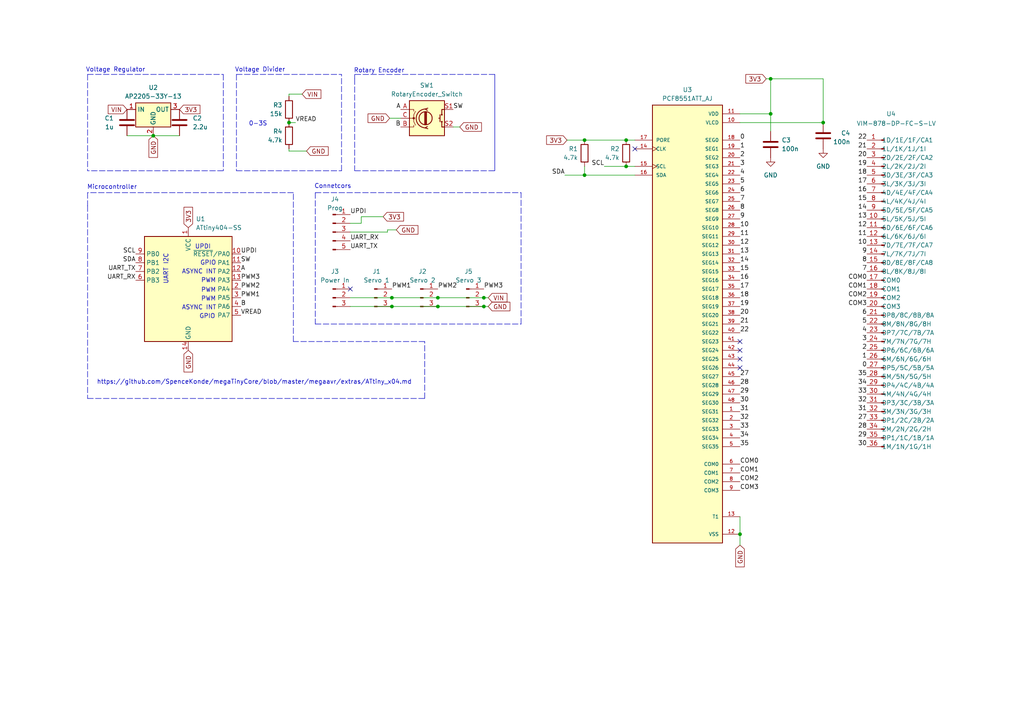
<source format=kicad_sch>
(kicad_sch (version 20231120) (generator "eeschema") (generator_version "8.0")
  (paper "A4")
  (lib_symbols
    (symbol "Connector:Conn_01x03_Pin" (pin_names (offset 1.016) hide)
      (property "Reference" "J" (at 0 5.08 0))
      (property "Value" "Conn_01x03_Pin" (at 0 -5.08 0))
      (symbol "Conn_01x03_Pin_1_1"
        (polyline (pts (xy 1.27 -2.54) (xy 0.8636 -2.54)) (stroke (width 0.1524)))
        (polyline (pts (xy 1.27 0) (xy 0.8636 0)) (stroke (width 0.1524)))
        (polyline (pts (xy 1.27 2.54) (xy 0.8636 2.54)) (stroke (width 0.1524)))
        (rectangle (start 0.8636 -2.413) (end 0 -2.667) (stroke (width 0.1524)) (fill (type outline)))
        (rectangle (start 0.8636 0.127) (end 0 -0.127) (stroke (width 0.1524)) (fill (type outline)))
        (rectangle (start 0.8636 2.667) (end 0 2.413) (stroke (width 0.1524)) (fill (type outline)))
        (pin passive line (at 5.08 2.54 180) (length 3.81) (name "Pin_1") (number "1"))
        (pin passive line (at 5.08 0 180) (length 3.81) (name "Pin_2") (number "2"))
        (pin passive line (at 5.08 -2.54 180) (length 3.81) (name "Pin_3") (number "3"))
      )
    )
    (symbol "Connector:Conn_01x05_Pin" (pin_names (offset 1.016) hide)
      (property "Reference" "J" (at 0 7.62 0))
      (property "Value" "Conn_01x05_Pin" (at 0 -7.62 0))
      (symbol "Conn_01x05_Pin_1_1"
        (polyline (pts (xy 1.27 -5.08) (xy 0.8636 -5.08)) (stroke (width 0.1524)))
        (polyline (pts (xy 1.27 -2.54) (xy 0.8636 -2.54)) (stroke (width 0.1524)))
        (polyline (pts (xy 1.27 0) (xy 0.8636 0)) (stroke (width 0.1524)))
        (polyline (pts (xy 1.27 2.54) (xy 0.8636 2.54)) (stroke (width 0.1524)))
        (polyline (pts (xy 1.27 5.08) (xy 0.8636 5.08)) (stroke (width 0.1524)))
        (rectangle (start 0.8636 -4.953) (end 0 -5.207) (stroke (width 0.1524)) (fill (type outline)))
        (rectangle (start 0.8636 -2.413) (end 0 -2.667) (stroke (width 0.1524)) (fill (type outline)))
        (rectangle (start 0.8636 0.127) (end 0 -0.127) (stroke (width 0.1524)) (fill (type outline)))
        (rectangle (start 0.8636 2.667) (end 0 2.413) (stroke (width 0.1524)) (fill (type outline)))
        (rectangle (start 0.8636 5.207) (end 0 4.953) (stroke (width 0.1524)) (fill (type outline)))
        (pin passive line (at 5.08 5.08 180) (length 3.81) (name "Pin_1") (number "1"))
        (pin passive line (at 5.08 2.54 180) (length 3.81) (name "Pin_2") (number "2"))
        (pin passive line (at 5.08 0 180) (length 3.81) (name "Pin_3") (number "3"))
        (pin passive line (at 5.08 -2.54 180) (length 3.81) (name "Pin_4") (number "4"))
        (pin passive line (at 5.08 -5.08 180) (length 3.81) (name "Pin_5") (number "5"))
      )
    )
    (symbol "Device:C" (pin_numbers hide) (pin_names (offset 0.254))
      (property "Reference" "C" (at 0.635 2.54 0))
      (property "Value" "C" (at 0.635 -2.54 0))
      (symbol "C_0_1"
        (polyline (pts (xy -2.032 -0.762) (xy 2.032 -0.762)) (stroke (width 0.508)))
        (polyline (pts (xy -2.032 0.762) (xy 2.032 0.762)) (stroke (width 0.508)))
      )
      (symbol "C_1_1"
        (pin passive line (at 0 3.81 270) (length 2.794) (name "~") (number "1"))
        (pin passive line (at 0 -3.81 90) (length 2.794) (name "~") (number "2"))
      )
    )
    (symbol "Device:R" (pin_numbers hide) (pin_names (offset 0))
      (property "Reference" "R" (at 2.032 0 90))
      (property "Value" "R" (at 0 0 90))
      (symbol "R_0_1"
        (rectangle (start -1.016 -2.54) (end 1.016 2.54) (stroke (width 0.254)))
      )
      (symbol "R_1_1"
        (pin passive line (at 0 3.81 270) (length 1.27) (name "~") (number "1"))
        (pin passive line (at 0 -3.81 90) (length 1.27) (name "~") (number "2"))
      )
    )
    (symbol "Device:RotaryEncoder_Switch" (pin_names (offset 0.254) hide)
      (property "Reference" "SW" (at 0 6.604 0))
      (property "Value" "RotaryEncoder_Switch" (at 0 -6.604 0))
      (symbol "RotaryEncoder_Switch_0_1"
        (rectangle (start -5.08 5.08) (end 5.08 -5.08) (stroke (width 0.254)) (fill (type background)))
        (circle (center -3.81 0) (radius 0.254) (fill (type outline)))
        (circle (center -0.381 0) (radius 1.905) (stroke (width 0.254)))
        (arc (start -0.381 2.667) (mid -3.0988 -0.0635) (end -0.381 -2.794) (stroke (width 0.254)))
        (polyline (pts (xy -0.635 -1.778) (xy -0.635 1.778)) (stroke (width 0.254)))
        (polyline (pts (xy -0.381 -1.778) (xy -0.381 1.778)) (stroke (width 0.254)))
        (polyline (pts (xy -0.127 1.778) (xy -0.127 -1.778)) (stroke (width 0.254)))
        (polyline (pts (xy 3.81 0) (xy 3.429 0)) (stroke (width 0.254)))
        (polyline (pts (xy 3.81 1.016) (xy 3.81 -1.016)) (stroke (width 0.254)))
        (polyline (pts (xy -5.08 -2.54) (xy -3.81 -2.54) (xy -3.81 -2.032)))
        (polyline (pts (xy -5.08 2.54) (xy -3.81 2.54) (xy -3.81 2.032)))
        (polyline (pts (xy 0.254 -3.048) (xy -0.508 -2.794) (xy 0.127 -2.413)) (stroke (width 0.254)))
        (polyline (pts (xy 0.254 2.921) (xy -0.508 2.667) (xy 0.127 2.286)) (stroke (width 0.254)))
        (polyline (pts (xy 5.08 -2.54) (xy 4.318 -2.54) (xy 4.318 -1.016)) (stroke (width 0.254)))
        (polyline (pts (xy 5.08 2.54) (xy 4.318 2.54) (xy 4.318 1.016)) (stroke (width 0.254)))
        (polyline (pts (xy -5.08 0) (xy -3.81 0) (xy -3.81 -1.016) (xy -3.302 -2.032)))
        (polyline (pts (xy -4.318 0) (xy -3.81 0) (xy -3.81 1.016) (xy -3.302 2.032)))
        (circle (center 4.318 -1.016) (radius 0.127) (stroke (width 0.254)))
        (circle (center 4.318 1.016) (radius 0.127) (stroke (width 0.254)))
      )
      (symbol "RotaryEncoder_Switch_1_1"
        (pin passive line (at -7.62 2.54 0) (length 2.54) (name "A") (number "A"))
        (pin passive line (at -7.62 -2.54 0) (length 2.54) (name "B") (number "B"))
        (pin passive line (at -7.62 0 0) (length 2.54) (name "C") (number "C"))
        (pin passive line (at 7.62 2.54 180) (length 2.54) (name "S1") (number "S1"))
        (pin passive line (at 7.62 -2.54 180) (length 2.54) (name "S2") (number "S2"))
      )
    )
    (symbol "MCU_Microchip_ATtiny:ATtiny404-SS"
      (property "Reference" "U" (at -12.7 16.51 0))
      (property "Value" "ATtiny404-SS" (at 2.54 -16.51 0))
      (symbol "ATtiny404-SS_0_1"
        (rectangle (start -12.7 -15.24) (end 12.7 15.24) (stroke (width 0.254)) (fill (type background)))
      )
      (symbol "ATtiny404-SS_1_1"
        (pin power_in line (at 0 17.78 270) (length 2.54) (name "VCC") (number "1"))
        (pin bidirectional line (at 15.24 10.16 180) (length 2.54) (name "~{RESET}/PA0") (number "10"))
        (pin bidirectional line (at 15.24 7.62 180) (length 2.54) (name "PA1") (number "11"))
        (pin bidirectional line (at 15.24 5.08 180) (length 2.54) (name "PA2") (number "12"))
        (pin bidirectional line (at 15.24 2.54 180) (length 2.54) (name "PA3") (number "13"))
        (pin power_in line (at 0 -17.78 90) (length 2.54) (name "GND") (number "14"))
        (pin bidirectional line (at 15.24 0 180) (length 2.54) (name "PA4") (number "2"))
        (pin bidirectional line (at 15.24 -2.54 180) (length 2.54) (name "PA5") (number "3"))
        (pin bidirectional line (at 15.24 -5.08 180) (length 2.54) (name "PA6") (number "4"))
        (pin bidirectional line (at 15.24 -7.62 180) (length 2.54) (name "PA7") (number "5"))
        (pin bidirectional line (at -15.24 2.54 0) (length 2.54) (name "PB3") (number "6"))
        (pin bidirectional line (at -15.24 5.08 0) (length 2.54) (name "PB2") (number "7"))
        (pin bidirectional line (at -15.24 7.62 0) (length 2.54) (name "PB1") (number "8"))
        (pin bidirectional line (at -15.24 10.16 0) (length 2.54) (name "PB0") (number "9"))
      )
    )
    (symbol "power:GND" (power) (pin_numbers hide) (pin_names (offset 0) hide)
      (property "Value" "GND" (at 0 -3.81 0))
      (symbol "GND_0_1"
        (polyline (pts (xy 0 0) (xy 0 -1.27) (xy 1.27 -1.27) (xy 0 -2.54) (xy -1.27 -1.27) (xy 0 -1.27)))
      )
      (symbol "GND_1_1"
        (pin power_in line (at 0 0 270) (length 0) (name "~") (number "1"))
      )
    )
    (symbol "servo_tester:AP2205-33Y-13"
      (property "Reference" "U" (at 0 0 0))
      (property "Value" "AP2205-33Y-13" (at 0 0 0))
      (symbol "AP2205-33Y-13_0_1"
        (rectangle (start -5.08 1.905) (end 5.08 -5.08) (stroke (width 0.254)) (fill (type background)))
      )
      (symbol "AP2205-33Y-13_1_1"
        (pin power_in line (at -7.62 0 0) (length 2.54) (name "IN") (number "1"))
        (pin power_in line (at 0 -7.62 90) (length 2.54) (name "GND") (number "2"))
        (pin power_out line (at 7.62 0 180) (length 2.54) (name "OUT") (number "3"))
      )
    )
    (symbol "servo_tester:PCF8551ATT_AJ" (pin_names (offset 1.016))
      (property "Reference" "U" (at -10.16 63.5 0))
      (property "Value" "PCF8551ATT_AJ" (at -10.16 -66.04 0))
      (symbol "PCF8551ATT_AJ_0_0"
        (rectangle (start -10.16 -63.5) (end 10.16 63.5) (stroke (width 0.254)) (fill (type background)))
        (pin output line (at 15.24 -25.4 180) (length 5.08) (name "SEG31") (number "1"))
        (pin power_in line (at 15.24 58.42 180) (length 5.08) (name "VLCD") (number "10"))
        (pin power_in line (at 15.24 60.96 180) (length 5.08) (name "VDD") (number "11"))
        (pin power_in line (at 15.24 -60.96 180) (length 5.08) (name "VSS") (number "12"))
        (pin passive line (at 15.24 -55.88 180) (length 5.08) (name "T1") (number "13"))
        (pin bidirectional clock (at -15.24 50.8 0) (length 5.08) (name "CLK") (number "14"))
        (pin input clock (at -15.24 45.72 0) (length 5.08) (name "SCL") (number "15"))
        (pin bidirectional line (at -15.24 43.18 0) (length 5.08) (name "SDA") (number "16"))
        (pin input line (at -15.24 53.34 0) (length 5.08) (name "PORE") (number "17"))
        (pin output line (at 15.24 53.34 180) (length 5.08) (name "SEG0") (number "18"))
        (pin output line (at 15.24 50.8 180) (length 5.08) (name "SEG1") (number "19"))
        (pin output line (at 15.24 -27.94 180) (length 5.08) (name "SEG32") (number "2"))
        (pin output line (at 15.24 48.26 180) (length 5.08) (name "SEG2") (number "20"))
        (pin output line (at 15.24 45.72 180) (length 5.08) (name "SEG3") (number "21"))
        (pin output line (at 15.24 43.18 180) (length 5.08) (name "SEG4") (number "22"))
        (pin output line (at 15.24 40.64 180) (length 5.08) (name "SEG5") (number "23"))
        (pin output line (at 15.24 38.1 180) (length 5.08) (name "SEG6") (number "24"))
        (pin output line (at 15.24 35.56 180) (length 5.08) (name "SEG7") (number "25"))
        (pin output line (at 15.24 33.02 180) (length 5.08) (name "SEG8") (number "26"))
        (pin output line (at 15.24 30.48 180) (length 5.08) (name "SEG9") (number "27"))
        (pin output line (at 15.24 27.94 180) (length 5.08) (name "SEG10") (number "28"))
        (pin output line (at 15.24 25.4 180) (length 5.08) (name "SEG11") (number "29"))
        (pin output line (at 15.24 -30.48 180) (length 5.08) (name "SEG33") (number "3"))
        (pin output line (at 15.24 22.86 180) (length 5.08) (name "SEG12") (number "30"))
        (pin output line (at 15.24 20.32 180) (length 5.08) (name "SEG13") (number "31"))
        (pin output line (at 15.24 17.78 180) (length 5.08) (name "SEG14") (number "32"))
        (pin output line (at 15.24 15.24 180) (length 5.08) (name "SEG15") (number "33"))
        (pin output line (at 15.24 12.7 180) (length 5.08) (name "SEG16") (number "34"))
        (pin output line (at 15.24 10.16 180) (length 5.08) (name "SEG17") (number "35"))
        (pin output line (at 15.24 7.62 180) (length 5.08) (name "SEG18") (number "36"))
        (pin output line (at 15.24 5.08 180) (length 5.08) (name "SEG19") (number "37"))
        (pin output line (at 15.24 2.54 180) (length 5.08) (name "SEG20") (number "38"))
        (pin output line (at 15.24 0 180) (length 5.08) (name "SEG21") (number "39"))
        (pin output line (at 15.24 -33.02 180) (length 5.08) (name "SEG34") (number "4"))
        (pin output line (at 15.24 -2.54 180) (length 5.08) (name "SEG22") (number "40"))
        (pin output line (at 15.24 -5.08 180) (length 5.08) (name "SEG23") (number "41"))
        (pin output line (at 15.24 -7.62 180) (length 5.08) (name "SEG24") (number "42"))
        (pin output line (at 15.24 -10.16 180) (length 5.08) (name "SEG25") (number "43"))
        (pin output line (at 15.24 -12.7 180) (length 5.08) (name "SEG26") (number "44"))
        (pin output line (at 15.24 -15.24 180) (length 5.08) (name "SEG27") (number "45"))
        (pin output line (at 15.24 -17.78 180) (length 5.08) (name "SEG28") (number "46"))
        (pin output line (at 15.24 -20.32 180) (length 5.08) (name "SEG29") (number "47"))
        (pin output line (at 15.24 -22.86 180) (length 5.08) (name "SEG30") (number "48"))
        (pin output line (at 15.24 -35.56 180) (length 5.08) (name "SEG35") (number "5"))
        (pin output line (at 15.24 -40.64 180) (length 5.08) (name "COM0") (number "6"))
        (pin output line (at 15.24 -43.18 180) (length 5.08) (name "COM1") (number "7"))
        (pin output line (at 15.24 -45.72 180) (length 5.08) (name "COM2") (number "8"))
        (pin output line (at 15.24 -48.26 180) (length 5.08) (name "COM3") (number "9"))
      )
    )
    (symbol "servo_tester:VIM-878-DP"
      (property "Reference" "U" (at -17.145 5.08 0))
      (property "Value" "VIM-878-DP-FC-S-LV" (at -18.415 2.54 0))
      (symbol "VIM-878-DP_1_1"
        (rectangle (start 0 -15.113) (end 0.8636 -15.367) (stroke (width 0.1524)) (fill (type outline)))
        (polyline (pts (xy 1.27 -45.72) (xy 0.8636 -45.72)) (stroke (width 0.1524)))
        (polyline (pts (xy 1.27 -43.18) (xy 0.8636 -43.18)) (stroke (width 0.1524)))
        (polyline (pts (xy 1.27 -40.64) (xy 0.8636 -40.64)) (stroke (width 0.1524)))
        (polyline (pts (xy 1.27 -38.1) (xy 0.8636 -38.1)) (stroke (width 0.1524)))
        (polyline (pts (xy 1.27 -35.56) (xy 0.8636 -35.56)) (stroke (width 0.1524)))
        (polyline (pts (xy 1.27 -33.02) (xy 0.8636 -33.02)) (stroke (width 0.1524)))
        (polyline (pts (xy 1.27 -30.48) (xy 0.8636 -30.48)) (stroke (width 0.1524)))
        (polyline (pts (xy 1.27 -27.94) (xy 0.8636 -27.94)) (stroke (width 0.1524)))
        (polyline (pts (xy 1.27 -25.4) (xy 0.8636 -25.4)) (stroke (width 0.1524)))
        (polyline (pts (xy 1.27 -22.86) (xy 0.8636 -22.86)) (stroke (width 0.1524)))
        (polyline (pts (xy 1.27 -20.32) (xy 0.8636 -20.32)) (stroke (width 0.1524)))
        (polyline (pts (xy 1.27 -17.78) (xy 0.8636 -17.78)) (stroke (width 0.1524)))
        (polyline (pts (xy 1.27 -15.24) (xy 0.8636 -15.24)) (stroke (width 0.1524)))
        (polyline (pts (xy 1.27 -12.7) (xy 0.8636 -12.7)) (stroke (width 0.1524)))
        (polyline (pts (xy 1.27 -10.16) (xy 0.8636 -10.16)) (stroke (width 0.1524)))
        (polyline (pts (xy 1.27 -7.62) (xy 0.8636 -7.62)) (stroke (width 0.1524)))
        (polyline (pts (xy 1.27 -5.08) (xy 0.8636 -5.08)) (stroke (width 0.1524)))
        (polyline (pts (xy 1.27 -2.54) (xy 0.8636 -2.54)) (stroke (width 0.1524)))
        (polyline (pts (xy 1.27 0) (xy 0.8636 0)) (stroke (width 0.1524)))
        (polyline (pts (xy 1.27 2.54) (xy 0.8636 2.54)) (stroke (width 0.1524)))
        (polyline (pts (xy 1.27 5.08) (xy 0.8636 5.08)) (stroke (width 0.1524)))
        (polyline (pts (xy 1.27 7.62) (xy 0.8636 7.62)) (stroke (width 0.1524)))
        (polyline (pts (xy 1.27 10.16) (xy 0.8636 10.16)) (stroke (width 0.1524)))
        (polyline (pts (xy 1.27 12.7) (xy 0.8636 12.7)) (stroke (width 0.1524)))
        (polyline (pts (xy 1.27 15.24) (xy 0.8636 15.24)) (stroke (width 0.1524)))
        (polyline (pts (xy 1.27 17.78) (xy 0.8636 17.78)) (stroke (width 0.1524)))
        (polyline (pts (xy 1.27 20.32) (xy 0.8636 20.32)) (stroke (width 0.1524)))
        (polyline (pts (xy 1.27 22.86) (xy 0.8636 22.86)) (stroke (width 0.1524)))
        (polyline (pts (xy 1.27 25.4) (xy 0.8636 25.4)) (stroke (width 0.1524)))
        (polyline (pts (xy 1.27 27.94) (xy 0.8636 27.94)) (stroke (width 0.1524)))
        (polyline (pts (xy 1.27 30.48) (xy 0.8636 30.48)) (stroke (width 0.1524)))
        (polyline (pts (xy 1.27 33.02) (xy 0.8636 33.02)) (stroke (width 0.1524)))
        (polyline (pts (xy 1.27 35.56) (xy 0.8636 35.56)) (stroke (width 0.1524)))
        (polyline (pts (xy 1.27 38.1) (xy 0.8636 38.1)) (stroke (width 0.1524)))
        (polyline (pts (xy 1.27 40.64) (xy 0.8636 40.64)) (stroke (width 0.1524)))
        (polyline (pts (xy 1.27 43.18) (xy 0.8636 43.18)) (stroke (width 0.1524)))
        (rectangle (start 0.8636 -45.593) (end 0 -45.847) (stroke (width 0.1524)) (fill (type outline)))
        (rectangle (start 0.8636 -43.053) (end 0 -43.307) (stroke (width 0.1524)) (fill (type outline)))
        (rectangle (start 0.8636 -40.513) (end 0 -40.767) (stroke (width 0.1524)) (fill (type outline)))
        (rectangle (start 0.8636 -37.973) (end 0 -38.227) (stroke (width 0.1524)) (fill (type outline)))
        (rectangle (start 0.8636 -35.433) (end 0 -35.687) (stroke (width 0.1524)) (fill (type outline)))
        (rectangle (start 0.8636 -32.893) (end 0 -33.147) (stroke (width 0.1524)) (fill (type outline)))
        (rectangle (start 0.8636 -30.353) (end 0 -30.607) (stroke (width 0.1524)) (fill (type outline)))
        (rectangle (start 0.8636 -27.813) (end 0 -28.067) (stroke (width 0.1524)) (fill (type outline)))
        (rectangle (start 0.8636 -25.273) (end 0 -25.527) (stroke (width 0.1524)) (fill (type outline)))
        (rectangle (start 0.8636 -22.733) (end 0 -22.987) (stroke (width 0.1524)) (fill (type outline)))
        (rectangle (start 0.8636 -20.193) (end 0 -20.447) (stroke (width 0.1524)) (fill (type outline)))
        (rectangle (start 0.8636 -17.653) (end 0 -17.907) (stroke (width 0.1524)) (fill (type outline)))
        (rectangle (start 0.8636 -12.573) (end 0 -12.827) (stroke (width 0.1524)) (fill (type outline)))
        (rectangle (start 0.8636 -10.033) (end 0 -10.287) (stroke (width 0.1524)) (fill (type outline)))
        (rectangle (start 0.8636 -7.493) (end 0 -7.747) (stroke (width 0.1524)) (fill (type outline)))
        (rectangle (start 0.8636 -4.953) (end 0 -5.207) (stroke (width 0.1524)) (fill (type outline)))
        (rectangle (start 0.8636 -2.413) (end 0 -2.667) (stroke (width 0.1524)) (fill (type outline)))
        (rectangle (start 0.8636 0.127) (end 0 -0.127) (stroke (width 0.1524)) (fill (type outline)))
        (rectangle (start 0.8636 2.667) (end 0 2.413) (stroke (width 0.1524)) (fill (type outline)))
        (rectangle (start 0.8636 5.207) (end 0 4.953) (stroke (width 0.1524)) (fill (type outline)))
        (rectangle (start 0.8636 7.747) (end 0 7.493) (stroke (width 0.1524)) (fill (type outline)))
        (rectangle (start 0.8636 10.287) (end 0 10.033) (stroke (width 0.1524)) (fill (type outline)))
        (rectangle (start 0.8636 12.827) (end 0 12.573) (stroke (width 0.1524)) (fill (type outline)))
        (rectangle (start 0.8636 15.367) (end 0 15.113) (stroke (width 0.1524)) (fill (type outline)))
        (rectangle (start 0.8636 17.907) (end 0 17.653) (stroke (width 0.1524)) (fill (type outline)))
        (rectangle (start 0.8636 20.447) (end 0 20.193) (stroke (width 0.1524)) (fill (type outline)))
        (rectangle (start 0.8636 22.987) (end 0 22.733) (stroke (width 0.1524)) (fill (type outline)))
        (rectangle (start 0.8636 25.527) (end 0 25.273) (stroke (width 0.1524)) (fill (type outline)))
        (rectangle (start 0.8636 28.067) (end 0 27.813) (stroke (width 0.1524)) (fill (type outline)))
        (rectangle (start 0.8636 30.607) (end 0 30.353) (stroke (width 0.1524)) (fill (type outline)))
        (rectangle (start 0.8636 33.147) (end 0 32.893) (stroke (width 0.1524)) (fill (type outline)))
        (rectangle (start 0.8636 35.687) (end 0 35.433) (stroke (width 0.1524)) (fill (type outline)))
        (rectangle (start 0.8636 38.227) (end 0 37.973) (stroke (width 0.1524)) (fill (type outline)))
        (rectangle (start 0.8636 40.767) (end 0 40.513) (stroke (width 0.1524)) (fill (type outline)))
        (rectangle (start 0.8636 43.307) (end 0 43.053) (stroke (width 0.1524)) (fill (type outline)))
        (pin passive line (at 5.08 43.18 180) (length 3.81) (name "1D/1E/1F/CA1") (number "1"))
        (pin passive line (at 5.08 20.32 180) (length 3.81) (name "5L/5K/5J/5I") (number "10"))
        (pin passive line (at 5.08 17.78 180) (length 3.81) (name "6D/6E/6F/CA6") (number "11"))
        (pin passive line (at 5.08 15.24 180) (length 3.81) (name "6L/6K/6J/6I") (number "12"))
        (pin passive line (at 5.08 12.7 180) (length 3.81) (name "7D/7E/7F/CA7") (number "13"))
        (pin passive line (at 5.08 10.16 180) (length 3.81) (name "7L/7K/7J/7I") (number "14"))
        (pin passive line (at 5.08 7.62 180) (length 3.81) (name "8D/8E/8F/CA8") (number "15"))
        (pin passive line (at 5.08 5.08 180) (length 3.81) (name "8L/8K/8J/8I") (number "16"))
        (pin passive line (at 5.08 2.54 180) (length 3.81) (name "COM0") (number "17"))
        (pin passive line (at 5.08 0 180) (length 3.81) (name "COM1") (number "18"))
        (pin passive line (at 5.08 -2.54 180) (length 3.81) (name "COM2") (number "19"))
        (pin passive line (at 5.08 40.64 180) (length 3.81) (name "1L/1K/1J/1I") (number "2"))
        (pin passive line (at 5.08 -5.08 180) (length 3.81) (name "COM3") (number "20"))
        (pin passive line (at 5.08 -7.62 180) (length 3.81) (name "DP8/8C/8B/8A") (number "21"))
        (pin passive line (at 5.08 -10.16 180) (length 3.81) (name "8M/8N/8G/8H") (number "22"))
        (pin passive line (at 5.08 -12.7 180) (length 3.81) (name "DP7/7C/7B/7A") (number "23"))
        (pin passive line (at 5.08 -15.24 180) (length 3.81) (name "7M/7N/7G/7H") (number "24"))
        (pin passive line (at 5.08 -17.78 180) (length 3.81) (name "DP6/6C/6B/6A") (number "25"))
        (pin passive line (at 5.08 -20.32 180) (length 3.81) (name "6M/6N/6G/6H") (number "26"))
        (pin passive line (at 5.08 -22.86 180) (length 3.81) (name "DP5/5C/5B/5A") (number "27"))
        (pin passive line (at 5.08 -25.4 180) (length 3.81) (name "5M/5N/5G/5H") (number "28"))
        (pin passive line (at 5.08 -27.94 180) (length 3.81) (name "DP4/4C/4B/4A") (number "29"))
        (pin passive line (at 5.08 38.1 180) (length 3.81) (name "2D/2E/2F/CA2") (number "3"))
        (pin passive line (at 5.08 -30.48 180) (length 3.81) (name "4M/4N/4G/4H") (number "30"))
        (pin passive line (at 5.08 -33.02 180) (length 3.81) (name "DP3/3C/3B/3A") (number "31"))
        (pin passive line (at 5.08 -35.56 180) (length 3.81) (name "3M/3N/3G/3H") (number "32"))
        (pin passive line (at 5.08 -38.1 180) (length 3.81) (name "DP1/2C/2B/2A") (number "33"))
        (pin passive line (at 5.08 -40.64 180) (length 3.81) (name "2M/2N/2G/2H") (number "34"))
        (pin passive line (at 5.08 -43.18 180) (length 3.81) (name "DP1/1C/1B/1A") (number "35"))
        (pin passive line (at 5.08 -45.72 180) (length 3.81) (name "1M/1N/1G/1H") (number "36"))
        (pin passive line (at 5.08 35.56 180) (length 3.81) (name "2L/2K/2J/2I") (number "4"))
        (pin passive line (at 5.08 33.02 180) (length 3.81) (name "3D/3E/3F/CA3") (number "5"))
        (pin passive line (at 5.08 30.48 180) (length 3.81) (name "3L/3K/3J/3I") (number "6"))
        (pin passive line (at 5.08 27.94 180) (length 3.81) (name "4D/4E/4F/CA4") (number "7"))
        (pin passive line (at 5.08 25.4 180) (length 3.81) (name "4L/4K/4J/4I") (number "8"))
        (pin passive line (at 5.08 22.86 180) (length 3.81) (name "5D/5E/5F/CA5") (number "9"))
      )
    )
  )
  (junction (at 181.61 48.26))
  (junction (at 223.52 33.02))
  (junction (at 44.45 39.37))
  (junction (at 169.545 40.64))
  (junction (at 113.665 88.9))
  (junction (at 127 86.36))
  (junction (at 127 88.9))
  (junction (at 181.61 40.64))
  (junction (at 140.335 86.36))
  (junction (at 214.63 154.94))
  (junction (at 223.52 22.86))
  (junction (at 83.82 35.56))
  (junction (at 140.335 88.9))
  (junction (at 238.76 35.56))
  (junction (at 169.545 50.8))
  (junction (at 113.665 86.36))
  (no_connect (at 214.63 104.14))
  (no_connect (at 214.63 106.68))
  (no_connect (at 101.6 83.82))
  (no_connect (at 184.15 43.18))
  (no_connect (at 214.63 101.6))
  (no_connect (at 214.63 99.06))
  (wire (pts (xy 104.775 64.77) (xy 101.6 64.77)))
  (wire (pts (xy 104.775 62.865) (xy 104.775 64.77)))
  (wire (pts (xy 163.83 50.8) (xy 169.545 50.8)))
  (wire (pts (xy 140.335 86.36) (xy 141.605 86.36)))
  (wire (pts (xy 214.63 35.56) (xy 238.76 35.56)))
  (wire (pts (xy 44.45 39.37) (xy 52.07 39.37)))
  (polyline (pts (xy 68.58 21.59) (xy 68.58 49.53)) (stroke (width 0) (type dash)))
  (polyline (pts (xy 91.44 93.98) (xy 151.13 93.98)) (stroke (width 0) (type dash)))
  (wire (pts (xy 87.63 27.305) (xy 83.82 27.305)))
  (wire (pts (xy 169.545 50.8) (xy 184.15 50.8)))
  (wire (pts (xy 223.52 22.86) (xy 223.52 33.02)))
  (polyline (pts (xy 91.44 55.88) (xy 91.44 93.98)) (stroke (width 0) (type dash)))
  (wire (pts (xy 127 86.36) (xy 140.335 86.36)))
  (polyline (pts (xy 143.51 21.59) (xy 102.87 21.59)) (stroke (width 0) (type dash)))
  (wire (pts (xy 222.25 22.86) (xy 223.52 22.86)))
  (wire (pts (xy 101.6 86.36) (xy 113.665 86.36)))
  (wire (pts (xy 169.545 40.64) (xy 181.61 40.64)))
  (wire (pts (xy 140.335 88.9) (xy 141.605 88.9)))
  (wire (pts (xy 114.935 66.675) (xy 112.395 66.675)))
  (wire (pts (xy 133.35 36.83) (xy 131.445 36.83)))
  (wire (pts (xy 85.725 35.56) (xy 83.82 35.56)))
  (wire (pts (xy 214.63 33.02) (xy 223.52 33.02)))
  (polyline (pts (xy 102.87 21.59) (xy 102.87 22.86)))
  (wire (pts (xy 36.83 39.37) (xy 44.45 39.37)))
  (polyline (pts (xy 91.44 55.88) (xy 151.13 55.88)) (stroke (width 0) (type dash)))
  (wire (pts (xy 101.6 88.9) (xy 113.665 88.9)))
  (polyline (pts (xy 123.19 99.06) (xy 85.09 99.06)) (stroke (width 0) (type dash)))
  (polyline (pts (xy 25.4 115.57) (xy 123.19 115.57)) (stroke (width 0) (type dash)))
  (wire (pts (xy 83.82 43.815) (xy 83.82 43.18)))
  (polyline (pts (xy 68.58 49.53) (xy 99.06 49.53)) (stroke (width 0) (type dash)))
  (polyline (pts (xy 99.06 49.53) (xy 99.06 21.59)) (stroke (width 0) (type dash)))
  (polyline (pts (xy 102.87 22.86) (xy 102.87 49.53)) (stroke (width 0) (type dash)))
  (wire (pts (xy 181.61 40.64) (xy 184.15 40.64)))
  (polyline (pts (xy 64.77 49.53) (xy 25.4 49.53)) (stroke (width 0) (type dash)))
  (polyline (pts (xy 143.51 49.53) (xy 143.51 21.59)))
  (wire (pts (xy 113.665 86.36) (xy 127 86.36)))
  (wire (pts (xy 113.03 34.29) (xy 116.205 34.29)))
  (wire (pts (xy 88.9 43.815) (xy 83.82 43.815)))
  (polyline (pts (xy 64.77 21.59) (xy 64.77 49.53)) (stroke (width 0) (type dash)))
  (wire (pts (xy 223.52 33.02) (xy 223.52 38.1)))
  (polyline (pts (xy 151.13 93.98) (xy 151.13 55.88)) (stroke (width 0) (type dash)))
  (wire (pts (xy 83.82 27.305) (xy 83.82 27.94)))
  (polyline (pts (xy 123.19 115.57) (xy 123.19 99.06)) (stroke (width 0) (type dash)))
  (wire (pts (xy 127 88.9) (xy 140.335 88.9)))
  (wire (pts (xy 238.76 22.86) (xy 238.76 35.56)))
  (polyline (pts (xy 85.09 99.06) (xy 85.09 55.88)) (stroke (width 0) (type dash)))
  (wire (pts (xy 214.63 149.86) (xy 214.63 154.94)))
  (polyline (pts (xy 102.87 49.53) (xy 143.51 49.53)) (stroke (width 0) (type dash)))
  (polyline (pts (xy 25.4 59.69) (xy 25.4 115.57)) (stroke (width 0) (type dash)))
  (wire (pts (xy 113.665 88.9) (xy 127 88.9)))
  (wire (pts (xy 112.395 67.31) (xy 101.6 67.31)))
  (wire (pts (xy 169.545 48.26) (xy 169.545 50.8)))
  (wire (pts (xy 111.125 62.865) (xy 104.775 62.865)))
  (polyline (pts (xy 68.58 21.59) (xy 99.06 21.59)) (stroke (width 0) (type dash)))
  (polyline (pts (xy 85.09 55.88) (xy 25.4 55.88)) (stroke (width 0) (type dash)))
  (wire (pts (xy 181.61 48.26) (xy 184.15 48.26)))
  (polyline (pts (xy 25.4 21.59) (xy 25.4 49.53)) (stroke (width 0) (type dash)))
  (wire (pts (xy 112.395 66.675) (xy 112.395 67.31)))
  (wire (pts (xy 175.26 48.26) (xy 181.61 48.26)))
  (polyline (pts (xy 25.4 55.88) (xy 25.4 59.69)) (stroke (width 0) (type dash)))
  (wire (pts (xy 223.52 22.86) (xy 238.76 22.86)))
  (wire (pts (xy 214.63 154.94) (xy 214.63 158.115)))
  (wire (pts (xy 164.465 40.64) (xy 169.545 40.64)))
  (polyline (pts (xy 25.4 21.59) (xy 64.77 21.59)) (stroke (width 0) (type dash)))
  (text "Voltage Divider\n" (at 75.438 20.32 0) (effects (font (size 1.27 1.27))))
  (text "Voltage Regulator\n" (at 33.528 20.32 0) (effects (font (size 1.27 1.27))))
  (text "0-3S" (at 72.136 36.703 0) (effects (font (size 1.27 1.27)) (justify left bottom)))
  (text "https://github.com/SpenceKonde/megaTinyCore/blob/master/megaavr/extras/ATtiny_x04.md" (at 28.067 111.633 0) (effects (font (size 1.27 1.27)) (justify left bottom)))
  (text "ASYNC INT" (at 52.705 90.043 0) (effects (font (size 1.27 1.27)) (justify left bottom)))
  (text "PWM" (at 58.293 84.963 0) (effects (font (size 1.27 1.27)) (justify left bottom)))
  (text "Rotary Encoder\n" (at 109.982 20.574 0) (effects (font (size 1.27 1.27))))
  (text "PWM" (at 58.293 87.503 0) (effects (font (size 1.27 1.27)) (justify left bottom)))
  (text "UART" (at 48.895 82.55 90) (effects (font (size 1.27 1.27)) (justify left bottom)))
  (text "GPIO" (at 58.039 77.089 0) (effects (font (size 1.27 1.27)) (justify left bottom)))
  (text "I2C" (at 48.895 76.835 90) (effects (font (size 1.27 1.27)) (justify left bottom)))
  (text "UPDI" (at 56.515 72.39 0) (effects (font (size 1.27 1.27)) (justify left bottom)))
  (text "ASYNC INT" (at 52.705 79.629 0) (effects (font (size 1.27 1.27)) (justify left bottom)))
  (text "PWM" (at 58.293 82.169 0) (effects (font (size 1.27 1.27)) (justify left bottom)))
  (text "GPIO" (at 57.785 92.583 0) (effects (font (size 1.27 1.27)) (justify left bottom)))
  (text "Connetcors " (at 97.028 54.102 0) (effects (font (size 1.27 1.27))))
  (text "Microcontroller\n" (at 32.512 54.356 0) (effects (font (size 1.27 1.27))))
  (label "32" (at 251.46 116.84 180))
  (label "13" (at 214.63 73.66 0))
  (label "7" (at 251.46 78.74 180))
  (label "17" (at 214.63 83.82 0))
  (label "SW" (at 131.445 31.75 0))
  (label "8" (at 251.46 76.2 180))
  (label "2" (at 214.63 45.72 0))
  (label "15" (at 251.46 58.42 180))
  (label "4" (at 214.63 50.8 0))
  (label "22" (at 251.46 40.64 180))
  (label "1" (at 251.46 104.14 180))
  (label "10" (at 214.63 66.04 0))
  (label "SDA" (at 163.83 50.8 180))
  (label "27" (at 214.63 109.22 0))
  (label "18" (at 251.46 50.8 180))
  (label "29" (at 214.63 114.3 0))
  (label "19" (at 251.46 48.26 180))
  (label "B" (at 116.205 36.83 180))
  (label "2" (at 251.46 101.6 180))
  (label "16" (at 251.46 55.88 180))
  (label "PWM1" (at 69.85 86.36 0))
  (label "4" (at 251.46 96.52 180))
  (label "1" (at 214.63 43.18 0))
  (label "20" (at 214.63 91.44 0))
  (label "29" (at 251.46 127 180))
  (label "COM3" (at 214.63 142.24 0))
  (label "20" (at 251.46 45.72 180))
  (label "10" (at 251.46 71.12 180))
  (label "SCL" (at 39.37 73.66 180))
  (label "28" (at 214.63 111.76 0))
  (label "30" (at 214.63 116.84 0))
  (label "35" (at 251.46 109.22 180))
  (label "0" (at 251.46 106.68 180))
  (label "UART_RX" (at 39.37 81.28 180))
  (label "COM3" (at 251.46 88.9 180))
  (label "18" (at 214.63 86.36 0))
  (label "SW" (at 69.85 76.2 0))
  (label "UART_RX" (at 101.6 69.85 0))
  (label "33" (at 214.63 124.46 0))
  (label "31" (at 214.63 119.38 0))
  (label "34" (at 214.63 127 0))
  (label "A" (at 116.205 31.75 180))
  (label "A" (at 69.85 78.74 0))
  (label "14" (at 251.46 60.96 180))
  (label "COM0" (at 251.46 81.28 180))
  (label "6" (at 251.46 91.44 180))
  (label "30" (at 251.46 129.54 180))
  (label "3" (at 214.63 48.26 0))
  (label "COM2" (at 214.63 139.7 0))
  (label "COM1" (at 251.46 83.82 180))
  (label "SCL" (at 175.26 48.26 180))
  (label "PWM2" (at 127 83.82 0))
  (label "VREAD" (at 69.85 91.44 0))
  (label "11" (at 251.46 68.58 180))
  (label "28" (at 251.46 124.46 180))
  (label "21" (at 214.63 93.98 0))
  (label "21" (at 251.46 43.18 180))
  (label "31" (at 251.46 119.38 180))
  (label "16" (at 214.63 81.28 0))
  (label "12" (at 251.46 66.04 180))
  (label "COM1" (at 214.63 137.16 0))
  (label "UART_TX" (at 101.6 72.39 0))
  (label "34" (at 251.46 111.76 180))
  (label "22" (at 214.63 96.52 0))
  (label "COM2" (at 251.46 86.36 180))
  (label "15" (at 214.63 78.74 0))
  (label "UART_TX" (at 39.37 78.74 180))
  (label "9" (at 251.46 73.66 180))
  (label "PWM3" (at 140.335 83.82 0))
  (label "6" (at 214.63 55.88 0))
  (label "27" (at 251.46 121.92 180))
  (label "33" (at 251.46 114.3 180))
  (label "SDA" (at 39.37 76.2 180))
  (label "11" (at 214.63 68.58 0))
  (label "0" (at 214.63 40.64 0))
  (label "3" (at 251.46 99.06 180))
  (label "14" (at 214.63 76.2 0))
  (label "5" (at 214.63 53.34 0))
  (label "32" (at 214.63 121.92 0))
  (label "PWM2" (at 69.85 83.82 0))
  (label "UPDI" (at 69.85 73.66 0))
  (label "PWM1" (at 113.665 83.82 0))
  (label "UPDI" (at 101.6 62.23 0))
  (label "12" (at 214.63 71.12 0))
  (label "9" (at 214.63 63.5 0))
  (label "PWM3" (at 69.85 81.28 0))
  (label "COM0" (at 214.63 134.62 0))
  (label "VREAD" (at 85.725 35.56 0))
  (label "B" (at 69.85 88.9 0))
  (label "17" (at 251.46 53.34 180))
  (label "8" (at 214.63 60.96 0))
  (label "13" (at 251.46 63.5 180))
  (label "35" (at 214.63 129.54 0))
  (label "7" (at 214.63 58.42 0))
  (label "5" (at 251.46 93.98 180))
  (label "19" (at 214.63 88.9 0))
  (global_label "3V3" (shape input) (at 222.25 22.86 180) (property "Intersheetrefs" "${INTERSHEET_REFS}" (effects (hide yes))))
  (global_label "GND" (shape input) (at 114.935 66.675 0) (property "Intersheetrefs" "${INTERSHEET_REFS}" (effects (hide yes))))
  (global_label "GND" (shape input) (at 214.63 158.115 270) (property "Intersheetrefs" "${INTERSHEET_REFS}" (effects (hide yes))))
  (global_label "3V3" (shape input) (at 54.61 66.04 90) (property "Intersheetrefs" "${INTERSHEET_REFS}" (effects (hide yes))))
  (global_label "3V3" (shape input) (at 164.465 40.64 180) (property "Intersheetrefs" "${INTERSHEET_REFS}" (effects (hide yes))))
  (global_label "GND" (shape input) (at 44.45 39.37 270) (property "Intersheetrefs" "${INTERSHEET_REFS}" (effects (hide yes))))
  (global_label "3V3" (shape input) (at 111.125 62.865 0) (property "Intersheetrefs" "${INTERSHEET_REFS}" (effects (hide yes))))
  (global_label "VIN" (shape input) (at 87.63 27.305 0) (property "Intersheetrefs" "${INTERSHEET_REFS}" (effects (hide yes))))
  (global_label "GND" (shape input) (at 141.605 88.9 0) (property "Intersheetrefs" "${INTERSHEET_REFS}" (effects (hide yes))))
  (global_label "GND" (shape input) (at 54.61 101.6 270) (property "Intersheetrefs" "${INTERSHEET_REFS}" (effects (hide yes))))
  (global_label "GND" (shape input) (at 88.9 43.815 0) (property "Intersheetrefs" "${INTERSHEET_REFS}" (effects (hide yes))))
  (global_label "GND" (shape input) (at 133.35 36.83 0) (property "Intersheetrefs" "${INTERSHEET_REFS}" (effects (hide yes))))
  (global_label "VIN" (shape input) (at 141.605 86.36 0) (property "Intersheetrefs" "${INTERSHEET_REFS}" (effects (hide yes))))
  (global_label "GND" (shape input) (at 113.03 34.29 180) (property "Intersheetrefs" "${INTERSHEET_REFS}" (effects (hide yes))))
  (global_label "VIN" (shape input) (at 36.83 31.75 180) (property "Intersheetrefs" "${INTERSHEET_REFS}" (effects (hide yes))))
  (global_label "3V3" (shape input) (at 52.07 31.75 0) (property "Intersheetrefs" "${INTERSHEET_REFS}" (effects (hide yes))))
  (symbol (lib_id "Device:R") (at 83.82 31.75 0) (mirror y) (unit 1)
    (property "Reference" "R3" (at 81.915 30.48 0) (effects (justify left)))
    (property "Value" "15k" (at 81.915 33.02 0) (effects (justify left)))
    (property "Footprint" "Resistor_SMD:R_0603_1608Metric_Pad0.98x0.95mm_HandSolder" (effects (hide yes)))
  )
  (symbol (lib_id "servo_tester:AP2205-33Y-13") (at 44.45 31.75 0) (unit 1)
    (property "Reference" "U2" (at 44.45 25.4 0))
    (property "Value" "AP2205-33Y-13" (at 44.45 27.94 0))
    (property "Footprint" "Package_TO_SOT_SMD:SOT-89-3_Handsoldering" (effects (hide yes)))
    (property "Datasheet" "https://www.diodes.com/assets/Datasheets/AP2205.pdf" (effects (hide yes)))
    (property "Digi" "https://www.digikey.com/en/products/detail/diodes-incorporated/AP2205-33Y-13/10107162" (effects (hide yes)))
  )
  (symbol (lib_id "servo_tester:VIM-878-DP") (at 256.54 83.82 0) (mirror y) (unit 1)
    (property "Reference" "U4" (at 258.445 33.02 0))
    (property "Value" "VIM-878-DP-FC-S-LV" (at 259.969 35.814 0))
    (property "Footprint" "servo_tester:VIM-878-DP" (effects (hide yes)))
    (property "Datasheet" "https://mm.digikey.com/Volume0/opasdata/d220001/medias/docus/693/VIM-878.pdf" (effects (hide yes)))
    (property "Digi" "https://www.digikey.com/en/products/detail/varitronix/VIM-878-DP-FC-S-LV/1118603" (effects (hide yes)))
  )
  (symbol (lib_id "Connector:Conn_01x03_Pin") (at 108.585 86.36 0) (unit 1)
    (property "Reference" "J1" (at 109.22 78.74 0))
    (property "Value" "Servo 1" (at 109.22 81.28 0))
    (property "Footprint" "Connector_PinSocket_2.54mm:PinSocket_1x03_P2.54mm_Vertical" (effects (hide yes)))
  )
  (symbol (lib_id "Device:C") (at 223.52 41.91 0) (unit 1)
    (property "Reference" "C3" (at 226.695 40.64 0) (effects (justify left)))
    (property "Value" "100n" (at 226.695 43.18 0) (effects (justify left)))
    (property "Footprint" "Capacitor_SMD:C_0603_1608Metric_Pad1.08x0.95mm_HandSolder" (effects (hide yes)))
  )
  (symbol (lib_id "Connector:Conn_01x03_Pin") (at 121.92 86.36 0) (unit 1)
    (property "Reference" "J2" (at 122.555 78.74 0))
    (property "Value" "Servo 2" (at 122.555 81.28 0))
    (property "Footprint" "Connector_PinSocket_2.54mm:PinSocket_1x03_P2.54mm_Vertical" (effects (hide yes)))
  )
  (symbol (lib_id "Device:R") (at 181.61 44.45 0) (mirror y) (unit 1)
    (property "Reference" "R2" (at 179.705 43.18 0) (effects (justify left)))
    (property "Value" "4.7k" (at 179.705 45.72 0) (effects (justify left)))
    (property "Footprint" "Resistor_SMD:R_0603_1608Metric_Pad0.98x0.95mm_HandSolder" (effects (hide yes)))
  )
  (symbol (lib_id "power:GND") (at 223.52 45.72 0) (unit 1)
    (property "Reference" "#PWR01" (effects (hide yes)))
    (property "Value" "GND" (at 223.52 50.8 0))
    (property "Description" "Power symbol creates a global label with name \"GND\" , ground" (effects (hide yes)))
  )
  (symbol (lib_id "Device:C") (at 52.07 35.56 0) (mirror y) (unit 1)
    (property "Reference" "C2" (at 55.88 34.29 0) (effects (justify right)))
    (property "Value" "2.2u" (at 55.88 36.83 0) (effects (justify right)))
    (property "Footprint" "Capacitor_SMD:C_0603_1608Metric_Pad1.08x0.95mm_HandSolder" (effects (hide yes)))
  )
  (symbol (lib_id "Device:R") (at 83.82 39.37 0) (mirror y) (unit 1)
    (property "Reference" "R4" (at 81.915 38.1 0) (effects (justify left)))
    (property "Value" "4.7k" (at 81.915 40.64 0) (effects (justify left)))
    (property "Footprint" "Resistor_SMD:R_0603_1608Metric_Pad0.98x0.95mm_HandSolder" (effects (hide yes)))
  )
  (symbol (lib_id "Device:RotaryEncoder_Switch") (at 123.825 34.29 0) (unit 1)
    (property "Reference" "SW1" (at 123.825 24.765 0))
    (property "Value" "RotaryEncoder_Switch" (at 123.825 27.305 0))
    (property "Footprint" "Rotary_Encoder:RotaryEncoder_Bourns_Vertical_PEC12R-3x17F-Sxxxx" (effects (hide yes)))
    (property "Datasheet" "https://www.bourns.com/docs/Product-Datasheets/PEC12R.pdf" (effects (hide yes)))
    (property "Digi" "https://www.digikey.com/en/products/detail/bourns-inc/PEC12R-4217F-S0012/4699281" (effects (hide yes)))
  )
  (symbol (lib_id "Device:C") (at 36.83 35.56 0) (unit 1)
    (property "Reference" "C1" (at 33.02 34.29 0) (effects (justify right)))
    (property "Value" "1u" (at 33.02 36.83 0) (effects (justify right)))
    (property "Footprint" "Capacitor_SMD:C_0603_1608Metric_Pad1.08x0.95mm_HandSolder" (effects (hide yes)))
  )
  (symbol (lib_id "power:GND") (at 238.76 43.18 0) (unit 1)
    (property "Reference" "#PWR02" (effects (hide yes)))
    (property "Value" "GND" (at 238.76 48.26 0))
    (property "Description" "Power symbol creates a global label with name \"GND\" , ground" (effects (hide yes)))
  )
  (symbol (lib_id "Connector:Conn_01x05_Pin") (at 96.52 67.31 0) (unit 1)
    (property "Reference" "J4" (at 97.155 57.785 0))
    (property "Value" "Prog" (at 97.155 60.325 0))
    (property "Footprint" "Connector_PinSocket_2.54mm:PinSocket_1x05_P2.54mm_Vertical" (effects (hide yes)))
  )
  (symbol (lib_id "Connector:Conn_01x03_Pin") (at 135.255 86.36 0) (unit 1)
    (property "Reference" "J5" (at 135.89 78.74 0))
    (property "Value" "Servo 3" (at 135.89 81.28 0))
    (property "Footprint" "Connector_PinSocket_2.54mm:PinSocket_1x03_P2.54mm_Vertical" (effects (hide yes)))
  )
  (symbol (lib_id "Device:C") (at 238.76 39.37 0) (mirror y) (unit 1)
    (property "Reference" "C4" (at 246.634 38.608 0) (effects (justify left)))
    (property "Value" "100n" (at 246.634 41.148 0) (effects (justify left)))
    (property "Footprint" "Capacitor_SMD:C_0603_1608Metric_Pad1.08x0.95mm_HandSolder" (effects (hide yes)))
  )
  (symbol (lib_id "Connector:Conn_01x03_Pin") (at 96.52 86.36 0) (unit 1)
    (property "Reference" "J3" (at 97.155 78.74 0))
    (property "Value" "Power In" (at 97.155 81.28 0))
    (property "Footprint" "Connector_PinSocket_2.54mm:PinSocket_1x03_P2.54mm_Vertical" (effects (hide yes)))
  )
  (symbol (lib_id "servo_tester:PCF8551ATT_AJ") (at 199.39 93.98 0) (unit 1)
    (property "Reference" "U3" (at 199.39 26.035 0))
    (property "Value" "PCF8551ATT_AJ" (at 199.39 28.575 0))
    (property "Footprint" "servo_tester:SOP50P810X120-48N" (effects (hide yes)))
    (property "Datasheet" "https://www.nxp.com/docs/en/data-sheet/PCF8551.pdf" (effects (hide yes)))
    (property "Description" "IC DRVR 7 SEGMENT 48TSSOP" (effects (hide yes)))
    (property "MF" "NXP USA" (effects (hide yes)))
    (property "Package" "TSSOP-48 NXP Semiconductors" (effects (hide yes)))
    (property "Price" "None" (effects (hide yes)))
    (property "Check_prices" "https://www.snapeda.com/parts/PCF8551ATT/AJ/NXP+USA+Inc./view-part/?ref=eda" (effects (hide yes)))
    (property "STANDARD" "IPC 7351B" (effects (hide yes)))
    (property "PARTREV" "2" (effects (hide yes)))
    (property "SnapEDA_Link" "https://www.snapeda.com/parts/PCF8551ATT/AJ/NXP+USA+Inc./view-part/?ref=snap" (effects (hide yes)))
    (property "MP" "PCF8551ATT/AJ" (effects (hide yes)))
    (property "Availability" "In Stock" (effects (hide yes)))
    (property "MANUFACTURER" "NXP" (effects (hide yes)))
    (property "Digi" "https://www.digikey.com/en/products/detail/nxp-usa-inc/PCF8551ATT-AY/15221921" (effects (hide yes)))
  )
  (symbol (lib_id "MCU_Microchip_ATtiny:ATtiny404-SS") (at 54.61 83.82 0) (unit 1)
    (property "Reference" "U1" (at 56.8041 63.5 0) (effects (justify left)))
    (property "Value" "ATtiny404-SS" (at 56.8041 66.04 0) (effects (justify left)))
    (property "Footprint" "Package_SO:SOIC-14_3.9x8.7mm_P1.27mm" (effects (hide yes)))
    (property "Datasheet" "http://ww1.microchip.com/downloads/en/DeviceDoc/50002687A.pdf" (effects (hide yes)))
  )
  (symbol (lib_id "Device:R") (at 169.545 44.45 0) (mirror y) (unit 1)
    (property "Reference" "R1" (at 167.64 43.18 0) (effects (justify left)))
    (property "Value" "4.7k" (at 167.64 45.72 0) (effects (justify left)))
    (property "Footprint" "Resistor_SMD:R_0603_1608Metric_Pad0.98x0.95mm_HandSolder" (effects (hide yes)))
  )
)
</source>
